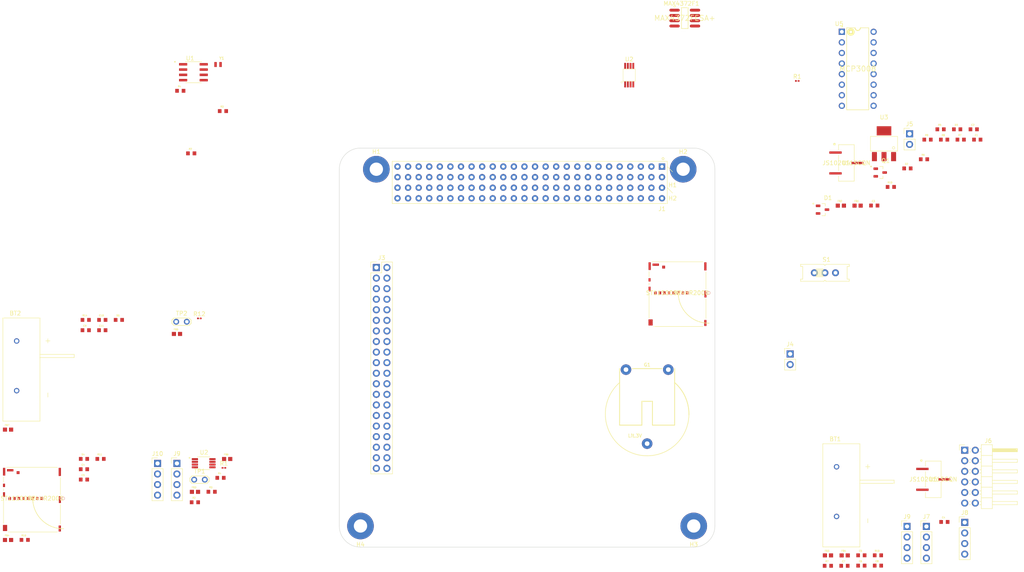
<source format=kicad_pcb>
(kicad_pcb (version 20211014) (generator pcbnew)
  (layers (0 "F.Cu" signal) (1 "In1.Cu" signal) (2 "In2.Cu" signal) (31 "B.Cu" signal) (34 "B.Paste" user) (35 "F.Paste" user) (36 "B.SilkS" user "B.Silkscreen") (37 "F.SilkS" user "F.Silkscreen") (38 "B.Mask" user) (39 "F.Mask" user) (44 "Edge.Cuts" user))
  (net 0 "")
  (net 5 "VCC_BAT")
  (net 6 "Net-(C4-Pad1)")
  (net 7 "XCO1")
  (net 8 "XCO2")
  (net 9 "Net-(C11-Pad2)")
  (net 10 "Net-(D4-Pad2)")
  (net 11 "Net-(D6-Pad2)")
  (net 12 "Net-(FB5-Pad1)")
  (net 36 "Net-(FB6-Pad2)")
  (net 45 "COMM_TXD")
  (net 47 "COMM_RXD")
  (net 61 "COMM_CTS")
  (net 65 "COMM_RTS")
  (net 67 "ADCS_INT")
  (net 81 "EPS_INT")
  (net 82 "BAT_INT")
  (net 93 "OBC_INT")
  (net 94 "5VUSB_CHG")
  (net 97 "I2C_SCK1")
  (net 101 "5V_Debug_Input")
  (net 109 "Net-(C1-Pad1)")
  (net 110 "Net-(C2-Pad1)")
  (net 113 "Net-(C3-Pad1)")
  (net 114 "GND")
  (net 117 "Net-(G1-Pad+)")
  (net 118 "+3.3V")
  (net 119 "Net-(R2-Pad2)")
  (net 120 "Net-(U3-Pad2)")
  (net 121 "Net-(D1-Pad2)")
  (net 122 "Net-(D2-Pad2)")
  (net 123 "/MicroSD Card/SPI1_CEO_N")
  (net 124 "Net-(D3-Pad2)")
  (net 125 "Net-(FB1-Pad1)")
  (net 127 "Net-(C7-Pad1)")
  (net 128 "/MicroSD Card/SPI1_MOSI")
  (net 129 "Net-(C4-Pad2)")
  (net 130 "5V_BInput")
  (net 131 "SPI1_CE0_N")
  (net 132 "SPI1_MOSI")
  (net 136 "SPI1_CLK")
  (net 137 "SPI1_MISO")
  (net 138 "5V_Rpi_Input")
  (net 139 "I2C_SDA1")
  (net 140 "I2C_SCL1")
  (net 141 "UART_TXD0")
  (net 142 "UART_RXD0")
  (net 143 "+3V3")
  (net 144 "Net-(J2-Pad4)")
  (net 145 "Net-(C5-Pad2)")
  (net 146 "Net-(FB3-Pad1)")
  (net 147 "SPI1_CE1_N")
  (net 148 "/MicroSD Card/SPI1_CLK")
  (net 149 "/MicroSD Card/SPI1_MISO")
  (net 150 "GPIO16")
  (net 151 "GPIO26")
  (net 152 "GPIO20")
  (net 154 "GPIO21")
  (net 158 "PM_Input")
  (net 159 "3V3_Output")
  (net 160 "5V_DInput")
  (net 161 "GND_CHG")
  (net 163 "3V3")
  (net 164 "3V3_Input")
  (net 165 "UART_CTS")
  (net 167 "Net-(MAX4372F1-Pad4)")
  (net 168 "Net-(MAX4372F1-Pad8)")
  (net 170 "5V_SInput")
  (net 173 "UART_RTS")
  (net 174 "GPIO_22?")
  (net 175 "GPIO5")
  (net 179 "GPIO6")
  (net 184 "GPIO_pin")
  (net 185 "GPIOEXIT1")
  (net 187 "GPIO12")
  (net 189 "GPIO13")
  (net 190 "GPIO19")
  (net 191 "BatVBUS")
  (net 192 "RTC_MFP")
  (net 193 "Analog_Voltage")
  (net 194 "Net-(MAX4372F2-Pad8)")
  (footprint "Daughterboard_footprints:RESC1608X55N" (layer "F.Cu") (at 51.895 121.679)
    (fp_text reference "R11" (at -0.21 -1.05) (layer "F.SilkS") (effects (font (size 0.393701 0.393701))))
    (fp_text value "33")
    (pad "1" smd rect (at -0.78 0) (size 0.87 0.93) (layers "F.Cu" "F.Paste" "F.Mask") (net 6 "Net-(C4-Pad1)"))
    (pad "2" smd rect (at 0.78 0) (size 0.87 0.93) (layers "F.Cu" "F.Paste" "F.Mask") (net 144 "Net-(J2-Pad4)"))
  )
  (footprint "Daughterboard_footprints:BEADC1608X75N" (layer "F.Cu") (at 29.685 114.639)
    (fp_text reference "FB7" (at -0.24 -1.07) (layer "F.SilkS") (effects (font (size 0.393701 0.393701))))
    (fp_text value "100R @ 100 MHz")
    (pad "1" smd rect (at -0.735 0) (size 1 0.97) (layers "F.Cu" "F.Paste" "F.Mask") (net 118 "+3.3V"))
    (pad "2" smd rect (at 0.735 0) (size 1 0.97) (layers "F.Cu" "F.Paste" "F.Mask") (net 9 "Net-(C11-Pad2)"))
  )
  (footprint "Daughterboard_footprints:RESC1608X55N" (layer "F.Cu") (at 33.685 141.139)
    (fp_text reference "R10" (at -0.21 -1.05) (layer "F.SilkS") (effects (font (size 0.393701 0.393701))))
    (fp_text value "2.2k")
    (pad "1" smd rect (at -0.78 0) (size 0.87 0.93) (layers "F.Cu" "F.Paste" "F.Mask") (net 10 "Net-(D4-Pad2)"))
    (pad "2" smd rect (at 0.78 0) (size 0.87 0.93) (layers "F.Cu" "F.Paste" "F.Mask") (net 114 "GND"))
  )
  (footprint "MountingHole:MountingHole_3.2mm_M3_Pad_TopBottom" (layer "F.Cu") (at 191.77 52.07)
    (fp_text reference "H2" (at 0 -4.2) (layer "F.SilkS"))
    (fp_text value "MountingHole_Pad")
    (pad "1" connect circle locked (at 0 0) (size 6.4 6.4) (layers "B.Cu" "B.Mask"))
    (pad "1" connect circle locked (at 0 0) (size 6.4 6.4) (layers "F.Cu" "F.Mask"))
    (pad "1" thru_hole circle locked (at 0 0) (size 3.6 3.6) (drill 3.2) (layers *.Cu *.Mask))
  )
  (footprint "Connector_PinHeader_2.54mm:PinHeader_1x02_P2.54mm_Vertical" (layer "F.Cu") (at 246.127 43.563)
    (fp_text reference "J5" (at 0 -2.33) (layer "F.SilkS"))
    (fp_text value "5V Input (Testing)")
    (pad "1" thru_hole rect (at 0 0) (size 1.7 1.7) (drill 1) (layers *.Cu *.Mask) (net 138 "5V_Rpi_Input"))
    (pad "2" thru_hole oval (at 0 2.54) (size 1.7 1.7) (drill 1) (layers *.Cu *.Mask) (net 114 "GND"))
  )
  (footprint "Daughterboard_footprints:CAPC1608X90N" (layer "F.Cu") (at 261.532 42.478)
    (fp_text reference "C2" (at -0.21 -1.05) (layer "F.SilkS") (effects (font (size 0.393701 0.393701))))
    (fp_text value "22uF")
    (pad "1" smd rect (at -0.78 0) (size 0.87 0.93) (layers "F.Cu" "F.Paste" "F.Mask") (net 110 "Net-(C2-Pad1)"))
    (pad "2" smd rect (at 0.78 0) (size 0.87 0.93) (layers "F.Cu" "F.Paste" "F.Mask") (net 114 "GND"))
  )
  (footprint "Daughterboard_footprints:CAPC1608X90N" (layer "F.Cu") (at 234.555 144.845)
    (fp_text reference "C5" (at -0.21 -1.05) (layer "F.SilkS") (effects (font (size 0.393701 0.393701))))
    (fp_text value "18pF")
    (pad "1" smd rect (at -0.78 0) (size 0.87 0.93) (layers "F.Cu" "F.Paste" "F.Mask") (net 114 "GND"))
    (pad "2" smd rect (at 0.78 0) (size 0.87 0.93) (layers "F.Cu" "F.Paste" "F.Mask") (net 145 "Net-(C5-Pad2)"))
  )
  (footprint "STM32_Breakout:ST11S008V4HR2000" (layer "F.Cu") (at 190.414001 82.083399)
    (fp_text reference "J2" (at 0 -0.295399) (layer "F.SilkS"))
    (fp_text value "ST11S008V4HR2000" (at 0 -0.295399) (layer "F.SilkS"))
    (fp_text user "*" (at 0 0) (layer "F.SilkS"))
    (pad "1" smd rect (at 2.37 -0.295399) (size 0.635 0.7112) (layers "F.Cu" "F.Paste" "F.Mask"))
    (pad "2" smd rect (at 1.27 -0.295399) (size 0.635 0.7112) (layers "F.Cu" "F.Paste" "F.Mask") (net 131 "SPI1_CE0_N"))
    (pad "3" smd rect (at 0.17 -0.295399) (size 0.635 0.7112) (layers "F.Cu" "F.Paste" "F.Mask") (net 132 "SPI1_MOSI"))
    (pad "4" smd rect (at -0.930001 -0.295399) (size 0.635 0.7112) (layers "F.Cu" "F.Paste" "F.Mask") (net 144 "Net-(J2-Pad4)"))
    (pad "5" smd rect (at -2.030001 -0.295399) (size 0.635 0.7112) (layers "F.Cu" "F.Paste" "F.Mask") (net 136 "SPI1_CLK"))
    (pad "6" smd rect (at -3.130001 -0.295399) (size 0.635 0.7112) (layers "F.Cu" "F.Paste" "F.Mask") (net 114 "GND"))
    (pad "7" smd rect (at -4.229999 -0.295399) (size 0.635 0.7112) (layers "F.Cu" "F.Paste" "F.Mask") (net 137 "SPI1_MISO"))
    (pad "8" smd rect (at -5.33 -0.295399) (size 0.635 0.7112) (layers "F.Cu" "F.Paste" "F.Mask"))
    (pad "9" smd rect (at -5.225001 -7.0704) (size 1.5494 0.5588) (layers "F.Cu" "F.Paste" "F.Mask"))
    (pad "10" smd rect (at -3.330001 -6.4954) (size 0.7112 0.7112) (layers "F.Cu" "F.Paste" "F.Mask"))
    (pad "11" smd rect (at 6.685026 6.9296) (size 0.5588 1.4478) (layers "F.Cu" "F.Paste" "F.Mask") (net 114 "GND"))
    (pad "12" smd rect (at 6.710026 -0.0204) (size 0.508 1.651) (layers "F.Cu" "F.Paste" "F.Mask") (net 114 "GND"))
    (pad "13" smd rect (at 6.685026 -6.6654) (size 0.5588 1.9558) (layers "F.Cu" "F.Paste" "F.Mask") (net 114 "GND"))
    (pad "14" smd rect (at -6.685001 -6.720399) (size 0.5588 1.8542) (layers "F.Cu" "F.Paste" "F.Mask") (net 114 "GND"))
    (pad "15" smd rect (at -6.710001 -3.435399) (size 0.508 0.8128) (layers "F.Cu" "F.Paste" "F.Mask") (net 114 "GND"))
    (pad "16" smd rect (at -6.710001 -1.220399) (size 0.508 1.143) (layers "F.Cu" "F.Paste" "F.Mask") (net 114 "GND"))
    (pad "17" smd rect (at -6.465001 6.804601) (size 1.016 1.4732) (layers "F.Cu" "F.Paste" "F.Mask") (net 114 "GND"))
  )
  (footprint "Daughterboard_footprints:RESC1608X55N" (layer "F.Cu") (at 241.632 56.328)
    (fp_text reference "R10" (at -0.21 -1.05) (layer "F.SilkS") (effects (font (size 0.393701 0.393701))))
    (fp_text value "33")
    (pad "1" smd rect (at -0.78 0) (size 0.87 0.93) (layers "F.Cu" "F.Paste" "F.Mask") (net 143 "+3V3"))
    (pad "2" smd rect (at 0.78 0) (size 0.87 0.93) (layers "F.Cu" "F.Paste" "F.Mask") (net 144 "Net-(J2-Pad4)"))
  )
  (footprint "Daughterboard_footprints:CAPC1608X90N" (layer "F.Cu") (at 52.315 88.279)
    (fp_text reference "C10" (at -0.21 -1.05) (layer "F.SilkS") (effects (font (size 0.393701 0.393701))))
    (fp_text value "18pF")
    (pad "1" smd rect (at -0.78 0) (size 0.87 0.93) (layers "F.Cu" "F.Paste" "F.Mask") (net 114 "GND"))
    (pad "2" smd rect (at 0.78 0) (size 0.87 0.93) (layers "F.Cu" "F.Paste" "F.Mask") (net 8 "XCO2"))
  )
  (footprint "Daughterboard_footprints:RESC1608X55N" (layer "F.Cu") (at 226.515 147.365)
    (fp_text reference "R7" (at -0.21 -1.05) (layer "F.SilkS") (effects (font (size 0.393701 0.393701))))
    (fp_text value "20k")
    (pad "1" smd rect (at -0.78 0) (size 0.87 0.93) (layers "F.Cu" "F.Paste" "F.Mask") (net 110 "Net-(C2-Pad1)"))
    (pad "2" smd rect (at 0.78 0) (size 0.87 0.93) (layers "F.Cu" "F.Paste" "F.Mask") (net 193 "Analog_Voltage"))
  )
  (footprint "Daughterboard_footprints:CAPC1608X90N" (layer "F.Cu") (at 262.382 44.958)
    (fp_text reference "C1" (at -0.21 -1.05) (layer "F.SilkS") (effects (font (size 0.393701 0.393701))))
    (fp_text value "10uF")
    (pad "1" smd rect (at -0.78 0) (size 0.87 0.93) (layers "F.Cu" "F.Paste" "F.Mask") (net 109 "Net-(C1-Pad1)"))
    (pad "2" smd rect (at 0.78 0) (size 0.87 0.93) (layers "F.Cu" "F.Paste" "F.Mask") (net 114 "GND"))
  )
  (footprint "Daughterboard_footprints:SOP65P490X110-8N" (layer "F.Cu") (at 76.655 122.714)
    (fp_text reference "U2" (at 0.075 -2.575) (layer "F.SilkS"))
    (fp_text value "MCP9808T-E/MC")
    (pad "1" smd roundrect (at -2.105 -0.975) (size 1.5 0.49) (layers "F.Cu" "F.Paste" "F.Mask") (roundrect_rratio 0.12) (net 139 "I2C_SDA1"))
    (pad "2" smd roundrect (at -2.105 -0.325) (size 1.5 0.49) (layers "F.Cu" "F.Paste" "F.Mask") (roundrect_rratio 0.12) (net 140 "I2C_SCL1"))
    (pad "3" smd roundrect (at -2.105 0.325) (size 1.5 0.49) (layers "F.Cu" "F.Paste" "F.Mask") (roundrect_rratio 0.12) (net 175 "GPIO5"))
    (pad "4" smd roundrect (at -2.105 0.975) (size 1.5 0.49) (layers "F.Cu" "F.Paste" "F.Mask") (roundrect_rratio 0.12) (net 114 "GND"))
    (pad "5" smd roundrect (at 2.105 0.975 180) (size 1.5 0.49) (layers "F.Cu" "F.Paste" "F.Mask") (roundrect_rratio 0.12) (net 114 "GND"))
    (pad "6" smd roundrect (at 2.105 0.325 180) (size 1.5 0.49) (layers "F.Cu" "F.Paste" "F.Mask") (roundrect_rratio 0.12) (net 114 "GND"))
    (pad "7" smd roundrect (at 2.105 -0.325 180) (size 1.5 0.49) (layers "F.Cu" "F.Paste" "F.Mask") (roundrect_rratio 0.12) (net 114 "GND"))
    (pad "8" smd roundrect (at 2.105 -0.975 180) (size 1.5 0.49) (layers "F.Cu" "F.Paste" "F.Mask") (roundrect_rratio 0.12) (net 113 "Net-(C3-Pad1)"))
  )
  (footprint "STM32_Breakout:SOT91P240X110-3N" (layer "F.Cu") (at 225.232 61.783)
    (fp_text reference "D1" (at 1.305 -2.82582) (layer "F.SilkS"))
    (fp_text value "D_Zener")
    (pad "1" smd roundrect locked (at -1.07 -0.915) (size 1.09 0.61) (layers "F.Cu" "F.Paste" "F.Mask") (roundrect_rratio 0.15) (net 109 "Net-(C1-Pad1)"))
    (pad "2" smd roundrect locked (at -1.07 0.915) (size 1.09 0.61) (layers "F.Cu" "F.Paste" "F.Mask") (roundrect_rratio 0.15) (net 121 "Net-(D1-Pad2)"))
    (pad "3" smd roundrect locked (at 1.07 0) (size 1.09 0.61) (layers "F.Cu" "F.Paste" "F.Mask") (roundrect_rratio 0.15))
  )
  (footprint "Daughterboard_footprints:BEADC1608X75N" (layer "F.Cu") (at 233.652 60.818)
    (fp_text reference "FB1" (at -0.24 -1.07) (layer "F.SilkS") (effects (font (size 0.393701 0.393701))))
    (fp_text value "100R @ 100 MHz")
    (pad "1" smd rect (at -0.735 0) (size 1 0.97) (layers "F.Cu" "F.Paste" "F.Mask") (net 125 "Net-(FB1-Pad1)"))
    (pad "2" smd rect (at 0.735 0) (size 1 0.97) (layers "F.Cu" "F.Paste" "F.Mask") (net 138 "5V_Rpi_Input"))
  )
  (footprint "Resistor_SMD:R_0201_0603Metric" (layer "F.Cu") (at 75.61 87.914)
    (fp_text reference "R12" (at 0 -1.05) (layer "F.SilkS"))
    (fp_text value "100m")
    (pad "1" smd roundrect (at -0.32 0) (size 0.46 0.4) (layers "F.Cu" "F.Mask") (net 194 "Net-(MAX4372F2-Pad8)"))
    (pad "2" smd roundrect (at 0.32 0) (size 0.46 0.4) (layers "F.Cu" "F.Mask") (net 143 "+3V3"))
  )
  (footprint "Daughterboard_footprints:RESC1608X55N" (layer "F.Cu") (at 254.422 44.958)
    (fp_text reference "R8" (at -0.21 -1.05) (layer "F.SilkS") (effects (font (size 0.393701 0.393701))))
    (fp_text value "10k")
    (pad "1" smd rect (at -0.78 0) (size 0.87 0.93) (layers "F.Cu" "F.Paste" "F.Mask") (net 114 "GND"))
    (pad "2" smd rect (at 0.78 0) (size 0.87 0.93) (layers "F.Cu" "F.Paste" "F.Mask") (net 193 "Analog_Voltage"))
  )
  (footprint "MountingHole:MountingHole_3.2mm_M3_Pad_TopBottom" (layer "F.Cu") (at 118.11 52.07)
    (fp_text reference "H1" (at 0 -4.2) (layer "F.SilkS"))
    (fp_text value "MountingHole_Pad")
    (pad "1" thru_hole circle locked (at 0 0) (size 3.6 3.6) (drill 3.2) (layers *.Cu *.Mask))
    (pad "1" connect circle locked (at 0 0) (size 6.4 6.4) (layers "F.Cu" "F.Mask"))
    (pad "1" connect circle locked (at 0 0) (size 6.4 6.4) (layers "B.Cu" "B.Mask"))
  )
  (footprint "Daughterboard_footprints:EG1218" (layer "F.Cu") (at 225.806 76.962)
    (fp_text reference "S1" (at 0.381 -3.175) (layer "F.SilkS"))
    (fp_text value "EG1218")
    (pad "O" thru_hole circle (at -2.54 0) (size 1.6764 1.6764) (drill 0.9) (layers *.Cu *.Mask))
    (pad "P" thru_hole circle (at 0 0) (size 1.6764 1.6764) (drill 0.9) (layers *.Cu *.Mask) (net 101 "5V_Debug_Input"))
    (pad "S" thru_hole circle (at 2.54 0) (size 1.6764 1.6764) (drill 0.9) (layers *.Cu *.Mask) (net 138 "5V_Rpi_Input"))
  )
  (footprint "Daughterboard_footprints:RESC1608X55N" (layer "F.Cu") (at 258.402 44.958)
    (fp_text reference "R7" (at -0.21 -1.05) (layer "F.SilkS") (effects (font (size 0.393701 0.393701))))
    (fp_text value "10k")
    (pad "1" smd rect (at -0.78 0) (size 0.87 0.93) (layers "F.Cu" "F.Paste" "F.Mask") (net 184 "GPIO_pin"))
    (pad "2" smd rect (at 0.78 0) (size 0.87 0.93) (layers "F.Cu" "F.Paste" "F.Mask") (net 120 "Net-(U3-Pad2)"))
  )
  (footprint "Daughterboard_footprints:CAPC1608X90N" (layer "F.Cu") (at 230.495 147.365)
    (fp_text reference "C7" (at -0.21 -1.05) (layer "F.SilkS") (effects (font (size 0.393701 0.393701))))
    (fp_text value "0.1uF")
    (pad "1" smd rect (at -0.78 0) (size 0.87 0.93) (layers "F.Cu" "F.Paste" "F.Mask") (net 127 "Net-(C7-Pad1)"))
    (pad "2" smd rect (at 0.78 0) (size 0.87 0.93) (layers "F.Cu" "F.Paste" "F.Mask") (net 114 "GND"))
  )
  (footprint "Daughterboard_footprints:BEADC1608X75N" (layer "F.Cu") (at 226.535 144.865)
    (fp_text reference "FB3" (at -0.24 -1.07) (layer "F.SilkS") (effects (font (size 0.393701 0.393701))))
    (fp_text value "100R @ 100 MHz")
    (pad "1" smd rect (at -0.735 0) (size 1 0.97) (layers "F.Cu" "F.Paste" "F.Mask") (net 146 "Net-(FB3-Pad1)"))
    (pad "2" smd rect (at 0.735 0) (size 1 0.97) (layers "F.Cu" "F.Paste" "F.Mask") (net 143 "+3V3"))
  )
  (footprint "Daughterboard_footprints:BAT_BVSD-2032-PC" (layer "F.Cu") (at 31.75 99.314)
    (fp_text reference "BT2" (at -0.325 -12.635) (layer "F.SilkS"))
    (fp_text value "BVSD-2032-PC")
    (pad "" np_thru_hole circle (at 3.56 7.74) (size 2.92 2.92) (drill 2.92) (layers *.Cu *.Mask))
    (pad "" np_thru_hole circle (at 3.56 -6.99) (size 1.91 1.91) (drill 1.91) (layers *.Cu *.Mask))
    (pad "+" thru_hole circle (at 0 -5.97) (size 1.298 1.298) (drill 0.79) (layers *.Cu *.Mask) (net 5 "VCC_BAT"))
    (pad "-" thru_hole circle (at 0 5.97) (size 1.298 1.298) (drill 0.79) (layers *.Cu *.Mask) (net 114 "GND"))
  )
  (footprint "Daughterboard_footprints:BEADC1608X75N" (layer "F.Cu") (at 29.685 141.159)
    (fp_text reference "FB4" (at -0.24 -1.07) (layer "F.SilkS") (effects (font (size 0.393701 0.393701))))
    (fp_text value "100R @ 100 MHz")
    (pad "1" smd rect (at -0.735 0) (size 1 0.97) (layers "F.Cu" "F.Paste" "F.Mask") (net 143 "+3V3"))
    (pad "2" smd rect (at 0.735 0) (size 1 0.97) (layers "F.Cu" "F.Paste" "F.Mask") (net 6 "Net-(C4-Pad1)"))
  )
  (footprint "Daughterboard_footprints:RESC1608X55N" (layer "F.Cu") (at 250.442 44.958)
    (fp_text reference "R9" (at -0.21 -1.05) (layer "F.SilkS") (effects (font (size 0.393701 0.393701))))
    (fp_text value "2.2k")
    (pad "1" smd rect (at -0.78 0) (size 0.87 0.93) (layers "F.Cu" "F.Paste" "F.Mask") (net 124 "Net-(D3-Pad2)"))
    (pad "2" smd rect (at 0.78 0) (size 0.87 0.93) (layers "F.Cu" "F.Paste" "F.Mask") (net 114 "GND"))
  )
  (footprint "Connector_PinHeader_2.54mm:PinHeader_1x04_P2.54mm_Vertical" (layer "F.Cu") (at 65.58 122.764)
    (fp_text reference "J10" (at 0 -2.33) (layer "F.SilkS"))
    (fp_text value "Conn_01x04")
    (pad "1" thru_hole rect (at 0 0) (size 1.7 1.7) (drill 1) (layers *.Cu *.Mask) (net 164 "3V3_Input"))
    (pad "2" thru_hole oval (at 0 2.54) (size 1.7 1.7) (drill 1) (layers *.Cu *.Mask) (net 114 "GND"))
    (pad "3" thru_hole oval (at 0 5.08) (size 1.7 1.7) (drill 1) (layers *.Cu *.Mask) (net 189 "GPIO13"))
    (pad "4" thru_hole oval (at 0 7.62) (size 1.7 1.7) (drill 1) (layers *.Cu *.Mask) (net 190 "GPIO19"))
  )
  (footprint "MountingHole:MountingHole_3.2mm_M3_Pad_TopBottom" (layer "F.Cu") (at 114.3 137.795)
    (fp_text reference "H4" (at 0 4.445) (layer "F.SilkS"))
    (fp_text value "MountingHole_Pad")
    (pad "1" connect circle locked (at 0 0) (size 6.4 6.4) (layers "F.Cu" "F.Mask"))
    (pad "1" connect circle locked (at 0 0) (size 6.4 6.4) (layers "B.Cu" "B.Mask"))
    (pad "1" thru_hole circle locked (at 0 0) (size 3.6 3.6) (drill 3.2) (layers *.Cu *.Mask))
  )
  (footprint "Connector_PinHeader_2.54mm:PinHeader_1x04_P2.54mm_Vertical" (layer "F.Cu") (at 250.17 137.91)
    (fp_text reference "J7" (at 0 -2.33) (layer "F.SilkS"))
    (fp_text value "Conn_01x04")
    (pad "1" thru_hole rect (at 0 0) (size 1.7 1.7) (drill 1) (layers *.Cu *.Mask) (net 164 "3V3_Input"))
    (pad "2" thru_hole oval (at 0 2.54) (size 1.7 1.7) (drill 1) (layers *.Cu *.Mask) (net 114 "GND"))
    (pad "3" thru_hole oval (at 0 5.08) (size 1.7 1.7) (drill 1) (layers *.Cu *.Mask) (net 140 "I2C_SCL1"))
    (pad "4" thru_hole oval (at 0 7.62) (size 1.7 1.7) (drill 1) (layers *.Cu *.Mask) (net 139 "I2C_SDA1"))
  )
  (footprint "Daughterboard_footprints:RESC1608X55N" (layer "F.Cu") (at 71.039988 33.225)
    (fp_text reference "R4" (at -0.21 -1.05) (layer "F.SilkS") (effects (font (size 0.393701 0.393701))))
    (fp_text value "10k")
    (pad "1" smd rect (at -0.78 0) (size 0.87 0.93) (layers "F.Cu" "F.Paste" "F.Mask") (net 118 "+3.3V"))
    (pad "2" smd rect (at 0.78 0) (size 0.87 0.93) (layers "F.Cu" "F.Paste" "F.Mask") (net 139 "I2C_SDA1"))
  )
  (footprint "STM32_Breakout:SOT91P240X110-3N" (layer "F.Cu") (at 239.082 52.863)
    (fp_text reference "Q1" (at 1.305 -2.82582) (layer "F.SilkS"))
    (fp_text value "Q_PMOS_DGS")
    (pad "1" smd roundrect locked (at -1.07 -0.915) (size 1.09 0.61) (layers "F.Cu" "F.Paste" "F.Mask") (roundrect_rratio 0.15) (net 125 "Net-(FB1-Pad1)"))
    (pad "2" smd roundrect locked (at -1.07 0.915) (size 1.09 0.61) (layers "F.Cu" "F.Paste" "F.Mask") (roundrect_rratio 0.15) (net 121 "Net-(D1-Pad2)"))
    (pad "3" smd roundrect locked (at 1.07 0) (size 1.09 0.61) (layers "F.Cu" "F.Paste" "F.Mask") (roundrect_rratio 0.15) (net 109 "Net-(C1-Pad1)"))
  )
  (footprint "Daughterboard_footprints:BAT_BVSD-2032-PC" (layer "F.Cu") (at 228.6 129.54)
    (fp_text reference "BT1" (at -0.325 -12.635) (layer "F.SilkS"))
    (fp_text value "BVSD-2032-PC")
    (pad "" np_thru_hole circle (at 3.56 7.74) (size 2.92 2.92) (drill 2.92) (layers *.Cu *.Mask))
    (pad "" np_thru_hole circle (at 3.56 -6.99) (size 1.91 1.91) (drill 1.91) (layers *.Cu *.Mask))
    (pad "+" thru_hole circle (at 0 -5.97) (size 1.298 1.298) (drill 0.79) (layers *.Cu *.Mask))
    (pad "-" thru_hole circle (at 0 5.97) (size 1.298 1.298) (drill 0.79) (layers *.Cu *.Mask))
  )
  (footprint "Connector_PinHeader_2.54mm:PinHeader_1x04_P2.54mm_Vertical" (layer "F.Cu") (at 259.37 136.94)
    (fp_text reference "J8" (at 0 -2.33) (layer "F.SilkS"))
    (fp_text value "Conn_01x04")
    (pad "1" thru_hole rect (at 0 0) (size 1.7 1.7) (drill 1) (layers *.Cu *.Mask) (net 164 "3V3_Input"))
    (pad "2" thru_hole oval (at 0 2.54) (size 1.7 1.7) (drill 1) (layers *.Cu *.Mask) (net 114 "GND"))
    (pad "3" thru_hole oval (at 0 5.08) (size 1.7 1.7) (drill 1) (layers *.Cu *.Mask) (net 140 "I2C_SCL1"))
    (pad "4" thru_hole oval (at 0 7.62) (size 1.7 1.7) (drill 1) (layers *.Cu *.Mask) (net 139 "I2C_SDA1"))
  )
  (footprint "CR2032H:CR2032H" (layer "F.Cu") (at 183.121255 111.023003)
    (fp_text reference "G1" (at 0 -11.95137) (layer "F.SilkS") (effects (font (size 0.800898 0.800898))))
    (fp_text value "CR2032H")
    (fp_text user "Lit.3V" (at -2.92351 5.08436) (layer "F.SilkS") (effects (font (size 0.800685 0.800685))))
    (pad "+" thru_hole circle locked (at 5.08 -10.795) (size 2.54 2.54) (drill 1.1176) (layers *.Cu *.Mask) (net 117 "Net-(G1-Pad+)"))
    (pad "+@1" thru_hole circle locked (at -5.08 -10.795) (size 2.54 2.54) (drill 1.1176) (layers *.Cu *.Mask))
    (pad "-" thru_hole circle locked (at 0 6.985) (size 2.54 2.54) (drill 1.1176) (layers *.Cu *.Mask) (net 114 "GND"))
  )
  (footprint "TestPoint:TestPoint_2Pads_Pitch2.54mm_Drill0.8mm" (layer "F.Cu") (at 70.06 88.714)
    (fp_text reference "TP2" (at 1.3 -2) (layer "F.SilkS"))
    (fp_text value "TestPoint")
    (pad "1" thru_hole circle (at 0 0) (size 1.4 1.4) (drill 0.8) (layers *.Cu *.Mask) (net 143 "+3V3"))
    (pad "2" thru_hole circle (at 2.54 0) (size 1.4 1.4) (drill 0.8) (layers *.Cu *.Mask))
  )
  (footprint "Daughterboard_footprints:JS102011SCQN" (layer "F.Cu") (at 230.9592 50.5637)
    (fp_text reference "U4" (at 0 0) (layer "F.SilkS"))
    (fp_text value "JS102011SCQN" (at 0 0) (layer "F.SilkS"))
    (fp_text user "*" (at -2.8702 -4.2018) (layer "F.SilkS"))
    (fp_text user "*" (at -2.8702 -4.2018) (layer "F.SilkS"))
    (pad "1" smd rect (at -2.6162 -2.5) (size 2.9718 0.5588) (layers "F.Cu" "F.Paste" "F.Mask"))
    (pad "2" smd rect (at 2.6162 0) (size 2.9718 0.5588) (layers "F.Cu" "F.Paste" "F.Mask") (net 138 "5V_Rpi_Input"))
    (pad "3" smd rect (at -2.6162 2.5) (size 2.9718 0.5588) (layers "F.Cu" "F.Paste" "F.Mask") (net 170 "5V_SInput"))
  )
  (footprint "Connector_PinHeader_2.54mm:PinHeader_1x04_P2.54mm_Vertical" (layer "F.Cu") (at 245.52 137.91)
    (fp_text reference "J9" (at 0 -2.33) (layer "F.SilkS"))
    (fp_text value "Conn_01x04")
    (pad "1" thru_hole rect (at 0 0) (size 1.7 1.7) (drill 1) (layers *.Cu *.Mask) (net 164 "3V3_Input"))
    (pad "2" thru_hole oval (at 0 2.54) (size 1.7 1.7) (drill 1) (layers *.Cu *.Mask) (net 114 "GND"))
    (pad "3" thru_hole oval (at 0 5.08) (size 1.7 1.7) (drill 1) (layers *.Cu *.Mask) (net 140 "I2C_SCL1"))
    (pad "4" thru_hole oval (at 0 7.62) (size 1.7 1.7) (drill 1) (layers *.Cu *.Mask) (net 139 "I2C_SDA1"))
  )
  (footprint "TestPoint:TestPoint_2Pads_Pitch2.54mm_Drill0.8mm" (layer "F.Cu") (at 74.38 126.664)
    (fp_text reference "TP1" (at 1.3 -2) (layer "F.SilkS"))
    (fp_text value "TestPoint")
    (pad "1" thru_hole circle (at 0 0) (size 1.4 1.4) (drill 0.8) (layers *.Cu *.Mask) (net 143 "+3V3"))
    (pad "2" thru_hole circle (at 2.54 0) (size 1.4 1.4) (drill 0.8) (layers *.Cu *.Mask))
  )
  (footprint "Daughterboard_footprints:CAPC1608X90N" (layer "F.Cu") (at 234.555 147.325)
    (fp_text reference "C6" (at -0.21 -1.05) (layer "F.SilkS") (effects (font (size 0.393701 0.393701))))
    (fp_text value "10uF")
    (pad "1" smd rect (at -0.78 0) (size 0.87 0.93) (layers "F.Cu" "F.Paste" "F.Mask") (net 114 "GND"))
    (pad "2" smd rect (at 0.78 0) (size 0.87 0.93) (layers "F.Cu" "F.Paste" "F.Mask") (net 118 "+3.3V"))
  )
  (footprint "Daughterboard_footprints:RESC1608X55N" (layer "F.Cu") (at 81.28 38.1)
    (fp_text reference "R3" (at -0.21 -1.05) (layer "F.SilkS") (effects (font (size 0.393701 0.393701))))
    (fp_text value "10k")
    (pad "1" smd rect (at -0.78 0) (size 0.87 0.93) (layers "F.Cu" "F.Paste" "F.Mask") (net 118 "+3.3V"))
    (pad "2" smd rect (at 0.78 0) (size 0.87 0.93) (layers "F.Cu" "F.Paste" "F.Mask") (net 140 "I2C_SCL1"))
  )
  (footprint "Daughterboard_footprints:CAPC1608X90N" (layer "F.Cu") (at 47.915 124.159)
    (fp_text reference "C4" (at -0.21 -1.05) (layer "F.SilkS") (effects (font (size 0.393701 0.393701))))
    (fp_text value "0.1uF")
    (pad "1" smd rect (at -0.78 0) (size 0.87 0.93) (layers "F.Cu" "F.Paste" "F.Mask") (net 6 "Net-(C4-Pad1)"))
    (pad "2" smd rect (at 0.78 0) (size 0.87 0.93) (layers "F.Cu" "F.Paste" "F.Mask") (net 114 "GND"))
  )
  (footprint "Daughterboard_footprints:CAPC1608X90N" (layer "F.Cu") (at 52.315 90.759)
    (fp_text reference "C11" (at -0.21 -1.05) (layer "F.SilkS") (effects (font (size 0.393701 0.393701))))
    (fp_text value "10uF")
    (pad "1" smd rect (at -0.78 0) (size 0.87 0.93) (layers "F.Cu" "F.Paste" "F.Mask") (net 114 "GND"))
    (pad "2" smd rect (at 0.78 0) (size 0.87 0.93) (layers "F.Cu" "F.Paste" "F.Mask") (net 9 "Net-(C11-Pad2)"))
  )
  (footprint "CM9V-T1A-32:XTAL_CM9V-T1A-32.768KHZ-9PF-20PPM-TA-QC" (layer "F.Cu") (at 80.104988 26.91)
    (fp_text reference "Y1" (at 0.882 -1.5064) (layer "F.SilkS") (effects (font (size 0.64 0.64))))
    (fp_text value "CM9V-T1A")
    (pad "1" smd rect locked (at -0.6 0) (size 0.6 1.2) (layers "F.Cu" "F.Paste" "F.Mask") (net 145 "Net-(C5-Pad2)"))
    (pad "2" smd rect locked (at 0.6 0) (size 0.6 1.2) (layers "F.Cu" "F.Paste" "F.Mask") (net 129 "Net-(C4-Pad2)"))
  )
  (footprint "Daughterboard_footprints:RESC1608X55N" (layer "F.Cu") (at 48.335 88.279)
    (fp_text reference "R14" (at -0.21 -1.05) (layer "F.SilkS") (effects (font (size 0.393701 0.393701))))
    (fp_text value "2.2k")
    (pad "1" smd rect (at -0.78 0) (size 0.87 0.93) (layers "F.Cu" "F.Paste" "F.Mask") (net 11 "Net-(D6-Pad2)"))
    (pad "2" smd rect (at 0.78 0) (size 0.87 0.93) (layers "F.Cu" "F.Paste" "F.Mask") (net 114 "GND"))
  )
  (footprint "Connector_PinHeader_2.54mm:PinHeader_1x04_P2.54mm_Vertical" (layer "F.Cu") (at 70.23 122.764)
    (fp_text reference "J9" (at 0 -2.33) (layer "F.SilkS"))
    (fp_text value "Conn_01x04")
    (pad "1" thru_hole rect (at 0 0) (size 1.7 1.7) (drill 1) (layers *.Cu *.Mask) (net 164 "3V3_Input"))
    (pad "2" thru_hole oval (at 0 2.54) (size 1.7 1.7) (drill 1) (layers *.Cu *.Mask) (net 114 "GND"))
    (pad "3" thru_hole oval (at 0 5.08) (size 1.7 1.7) (drill 1) (layers *.Cu *.Mask) (net 179 "GPIO6"))
    (pad "4" thru_hole oval (at 0 7.62) (size 1.7 1.7) (drill 1) (layers *.Cu *.Mask) (net 187 "GPIO12"))
  )
  (footprint "Daughterboard_footprints:CAPC1608X90N" (layer "F.Cu") (at 257.552 42.478)
    (fp_text reference "D3" (at -0.21 -1.05) (layer "F.SilkS") (effects (font (size 0.393701 0.393701))))
    (fp_text value "RED")
    (pad "1" smd rect (at -0.78 0) (size 0.87 0.93) (layers "F.Cu" "F.Paste" "F.Mask") (net 113 "Net-(C3-Pad1)"))
    (pad "2" smd rect (at 0.78 0) (size 0.87 0.93) (layers "F.Cu" "F.Paste" "F.Mask") (net 124 "Net-(D3-Pad2)"))
  )
  (footprint "STM32_Breakout:MCP7940NT-I-MS" (layer "F.Cu") (at 178.816 29.464)
    (fp_text reference "U2" (at 0 -3.81) (layer "F.SilkS"))
    (fp_text value "MCP7940NT-I_MS")
    (pad "1" smd rect locked (at -0.975 2.225) (size 0.45 1.45) (layers "F.Cu" "F.Paste" "F.Mask") (net 139 "I2C_SDA1"))
    (pad "2" smd rect locked (at -0.325 2.225) (size 0.45 1.45) (layers "F.Cu" "F.Paste" "F.Mask") (net 140 "I2C_SCL1"))
    (pad "3" smd rect locked (at 0.325 2.225) (size 0.45 1.45) (layers "F.Cu" "F.Paste" "F.Mask") (net 185 "GPIOEXIT1"))
    (pad "4" smd rect locked (at 0.975 2.225) (size 0.45 1.45) (layers "F.Cu" "F.Paste" "F.Mask") (net 114 "GND"))
    (pad "5" smd rect locked (at 0.975 -2.225) (size 0.45 1.45) (layers "F.Cu" "F.Paste" "F.Mask") (net 114 "GND"))
    (pad "6" smd rect locked (at 0.325 -2.225) (size 0.45 1.45) (layers "F.Cu" "F.Paste" "F.Mask") (net 114 "GND"))
    (pad "7" smd rect locked (at -0.325 -2.225) (size 0.45 1.45) (layers "F.Cu" "F.Paste" "F.Mask") (net 114 "GND"))
    (pad "8" smd rect locked (at -0.975 -2.225) (size 0.45 1.45) (layers "F.Cu" "F.Paste" "F.Mask") (net 113 "Net-(C3-Pad1)"))
  )
  (footprint "Daughterboard_footprints:BEADC1608X75N" (layer "F.Cu") (at 230.555 144.865)
    (fp_text reference "FB4" (at -0.24 -1.07) (layer "F.SilkS") (effects (font (size 0.393701 0.393701))))
    (fp_text value "100R @ 100 MHz")
    (pad "1" smd rect (at -0.735 0) (size 1 0.97) (layers "F.Cu" "F.Paste" "F.Mask") (net 143 "+3V3"))
    (pad "2" smd rect (at 0.735 0) (size 1 0.97) (layers "F.Cu" "F.Paste" "F.Mask") (net 127 "Net-(C7-Pad1)"))
  )
  (footprint "Daughterboard_footprints:RESC1608X55N" (layer "F.Cu") (at 253.572 42.478)
    (fp_text reference "R5" (at -0.21 -1.05) (layer "F.SilkS") (effects (font (size 0.393701 0.393701))))
    (fp_text value "10k")
    (pad "1" smd rect (at -0.78 0) (size 0.87 0.93) (layers "F.Cu" "F.Paste" "F.Mask") (net 121 "Net-(D1-Pad2)"))
    (pad "2" smd rect (at 0.78 0) (size 0.87 0.93) (layers "F.Cu" "F.Paste" "F.Mask") (net 114 "GND"))
  )
  (footprint "Daughterboard_footprints:CAPC1608X90N" (layer "F.Cu") (at 47.915 126.639)
    (fp_text reference "C5" (at -0.21 -1.05) (layer "F.SilkS") (effects (font (size 0.393701 0.393701))))
    (fp_text value "10uF")
    (pad "1" smd rect (at -0.78 0) (size 0.87 0.93) (layers "F.Cu" "F.Paste" "F.Mask") (net 6 "Net-(C4-Pad1)"))
    (pad "2" smd rect (at 0.78 0) (size 0.87 0.93) (layers "F.Cu" "F.Paste" "F.Mask") (net 114 "GND"))
  )
  (footprint "Max4372:Maxim-MAX4372FESA+-Level_A" (layer "F.Cu") (at 192.159999 15.755001)
    (fp_text reference "MAX4372F1" (at -5.199999 -3.499999) (layer "F.SilkS") (effects (justify left)))
    (fp_text value "MAX4372FESA+" (at 0 0) (layer "F.SilkS") (effects (font (size 1.27 1.27))))
    (pad "1" smd roundrect locked (at -2.45 -1.905 270) (size 0.700001 2.5) (layers "F.Cu" "F.Paste" "F.Mask") (roundrect_rratio 0.5) (net 146 "Net-(FB3-Pad1)"))
    (pad "2" smd roundrect locked (at -2.45 -0.635 270) (size 0.700001 2.5) (layers "F.Cu" "F.Paste" "F.Mask") (roundrect_rratio 0.5))
    (pad "3" smd roundrect locked (at -2.45 0.635 270) (size 0.700001 2.5) (layers "F.Cu" "F.Paste" "F.Mask") (roundrect_rratio 0.5) (net 114 "GND"))
    (pad "4" smd roundrect locked (at -2.45 1.905 270) (size 0.700001 2.5) (layers "F.Cu" "F.Paste" "F.Mask") (roundrect_rratio 0.5) (net 167 "Net-(MAX4372F1-Pad4)"))
    (pad "5" smd roundrect locked (at 2.45 1.905 270) (size 0.700001 2.5) (layers "F.Cu" "F.Paste" "F.Mask") (roundrect_rratio 0.5))
    (pad "6" smd roundrect locked (at 2.45 0.635 270) (size 0.700001 2.5) (layers "F.Cu" "F.Paste" "F.Mask") (roundrect_rratio 0.5) (net 143 "+3V3"))
    (pad "7" smd roundrect locked (at 2.45 -0.635 270) (size 0.700001 2.5) (layers "F.Cu" "F.Paste" "F.Mask") (roundrect_rratio 0.5))
    (pad "8" smd roundrect locked (at 2.45 -1.905 270) (size 0.700001 2.5) (layers "F.Cu" "F.Paste" "F.Mask") (roundrect_rratio 0.5) (net 168 "Net-(MAX4372F1-Pad8)"))
  )
  (footprint "Daughterboard_footprints:BEADC1608X75N" (layer "F.Cu") (at 70.245 91.649)
    (fp_text reference "FB5" (at -0.24 -1.07) (layer "F.SilkS") (effects (font (size 0.393701 0.393701))))
    (fp_text value "100R @ 100 MHz")
    (pad "1" smd rect (at -0.735 0) (size 1 0.97) (layers "F.Cu" "F.Paste" "F.Mask") (net 12 "Net-(FB5-Pad1)"))
    (pad "2" smd rect (at 0.735 0) (size 1 0.97) (layers "F.Cu" "F.Paste" "F.Mask") (net 143 "+3V3"))
  )
  (footprint "Daughterboard_footprints:RESC1608X55N" (layer "F.Cu") (at 73.66 48.26)
    (fp_text reference "R2" (at -0.21 -1.05) (layer "F.SilkS") (effects (font (size 0.393701 0.393701))))
    (fp_text value "10k")
    (pad "1" smd rect (at -0.78 0) (size 0.87 0.93) (layers "F.Cu" "F.Paste" "F.Mask") (net 118 "+3.3V"))
    (pad "2" smd rect (at 0.78 0) (size 0.87 0.93) (layers "F.Cu" "F.Paste" "F.Mask") (net 119 "Net-(R2-Pad2)"))
  )
  (footprint "MCP3008:Microchip-MCP3008-I_P-Manufacturer_Recommended" (layer "F.Cu") (at 233.68 27.94)
    (fp_text reference "U5" (at -5.56 -10.815001) (layer "F.SilkS") (effects (justify left)))
    (fp_text value "MCP3008" (at 0 0) (layer "F.SilkS") (effects (font (size 1.27 1.27))))
    (pad "1" thru_hole rect locked (at -3.81 -8.89) (size 1.5 1.5) (drill 0.900001) (layers *.Cu) (net 167 "Net-(MAX4372F1-Pad4)"))
    (pad "2" thru_hole circle locked (at -3.81 -6.35) (size 1.5 1.5) (drill 0.900001) (layers *.Cu))
    (pad "3" thru_hole circle locked (at -3.81 -3.81) (size 1.5 1.5) (drill 0.900001) (layers *.Cu))
    (pad "4" thru_hole circle locked (at -3.81 -1.27) (size 1.5 1.5) (drill 0.900001) (layers *.Cu))
    (pad "5" thru_hole circle locked (at -3.81 1.27) (size 1.5 1.5) (drill 0.900001) (layers *.Cu))
    (pad "6" thru_hole circle locked (at -3.81 3.81) (size 1.5 1.5) (drill 0.900001) (layers *.Cu))
    (pad "7" thru_hole circle locked (at -3.81 6.35) (size 1.5 1.5) (drill 0.900001) (layers *.Cu))
    (pad "8" thru_hole circle locked (at -3.81 8.89) (size 1.5 1.5) (drill 0.900001) (layers *.Cu))
    (pad "9" thru_hole circle locked (at 3.81 8.89) (size 1.5 1.5) (drill 0.900001) (layers *.Cu) (net 114 "GND"))
    (pad "10" thru_hole circle locked (at 3.81 6.35) (size 1.5 1.5) (drill 0.900001) (layers *.Cu) (net 174 "GPIO_22?"))
    (pad "11" thru_hole circle locked (at 3.81 3.81) (size 1.5 1.5) (drill 0.900001) (layers *.Cu) (net 132 "SPI1_MOSI"))
    (pad "12" thru_hole circle locked (at 3.81 1.27) (size 1.5 1.5) (drill 0.900001) (layers *.Cu) (net 137 "SPI1_MISO"))
    (pad "13" thru_hole circle locked (at 3.81 -1.27) (size 1.5 1.5) (drill 0.900001) (layers *.Cu) (net 136 "SPI1_CLK"))
    (pad "14" thru_hole circle locked (at 3.81 -3.81) (size 1.5 1.5) (drill 0.900001) (layers *.Cu) (net 114 "GND"))
    (pad "15" thru_hole circle locked (at 3.81 -6.35) (size 1.5 1.5) (drill 0.900001) (layers *.Cu) (net 143 "+3V3"))
    (pad "16" thru_hole circle locked (at 3.81 -8.89) (size 1.5 1.5) (drill 0.900001) (layers *.Cu) (net 143 "+3V3"))
  )
  (footprint "pc104-connector:pc104-connector" (layer "F.Cu") (at 156.21 53.975 -90)
    (fp_text reference "J1" (at 7.62 -30.48 unlocked) (layer "F.SilkS"))
    (fp_text value "PC104_Connector")
    (fp_text user "H2" (at 5.08 -33.02 unlocked) (layer "F.SilkS"))
    (fp_text user "H1" (at 1.905 -33.02 unlocked) (layer "F.SilkS"))
    (pad "1" thru_hole rect locked (at -2.54 -30.48 270) (size 1.524 1.524) (drill 0.762) (layers *.Cu *.Mask) (net 45 "COMM_TXD"))
    (pad "2" thru_hole circle locked (at 0 -30.48 270) (size 1.524 1.524) (drill 0.762) (layers *.Cu *.Mask) (net 47 "COMM_RXD"))
    (pad "3" thru_hole circle locked (at -2.54 -27.94 270) (size 1.524 1.524) (drill 0.762) (layers *.Cu *.Mask) (net 61 "COMM_CTS"))
    (pad "4" thru_hole circle locked (at 0 -27.94 270) (size 1.524 1.524) (drill 0.762) (layers *.Cu *.Mask) (net 65 "COMM_RTS"))
    (pad "5" thru_hole circle locked (at -2.54 -25.4 270) (size 1.524 1.524) (drill 0.762) (layers *.Cu *.Mask) (net 67 "ADCS_INT"))
    (pad "6" thru_hole circle locked (at 0 -25.4 270) (size 1.524 1.524) (drill 0.762) (layers *.Cu *.Mask) (net 81 "EPS_INT"))
    (pad "7" thru_hole circle locked (at -2.54 -22.86 270) (size 1.524 1.524) (drill 0.762) (layers *.Cu *.Mask) (net 82 "BAT_INT"))
    (pad "8" thru_hole circle locked (at 0 -22.86 270) (size 1.524 1.524) (drill 0.762) (layers *.Cu *.Mask) (net 93 "OBC_INT"))
    (pad "9" thru_hole circle locked (at -2.54 -20.32 270) (size 1.524 1.524) (drill 0.762) (layers *.Cu *.Mask))
    (pad "10" thru_hole circle locked (at 0 -20.32 270) (size 1.524 1.524) (drill 0.762) (layers *.Cu *.Mask))
    (pad "11" thru_hole circle locked (at -2.54 -17.78 270) (size 1.524 1.524) (drill 0.762) (layers *.Cu *.Mask))
    (pad "12" thru_hole circle locked (at 0 -17.78 270) (size 1.524 1.524) (drill 0.762) (layers *.Cu *.Mask))
    (pad "13" thru_hole circle locked (at -2.54 -15.24 270) (size 1.524 1.524) (drill 0.762) (layers *.Cu *.Mask))
    (pad "14" thru_hole circle locked (at 0 -15.24 270) (size 1.524 1.524) (drill 0.762) (layers *.Cu *.Mask))
    (pad "15" thru_hole circle locked (at -2.54 -12.7 270) (size 1.524 1.524) (drill 0.762) (layers *.Cu *.Mask))
    (pad "16" thru_hole circle locked (at 0 -12.7 270) (size 1.524 1.524) (drill 0.762) (layers *.Cu *.Mask))
    (pad "17" thru_hole circle locked (at -2.54 -10.16 270) (size 1.524 1.524) (drill 0.762) (layers *.Cu *.Mask))
    (pad "18" thru_hole circle locked (at 0 -10.16 270) (size 1.524 1.524) (drill 0.762) (layers *.Cu *.Mask))
    (pad "19" thru_hole circle locked (at -2.54 -7.62 270) (size 1.524 1.524) (drill 0.762) (layers *.Cu *.Mask))
    (pad "20" thru_hole circle locked (at 0 -7.62 270) (size 1.524 1.524) (drill 0.762) (layers *.Cu *.Mask))
    (pad "21" thru_hole circle locked (at -2.54 -5.08 270) (size 1.524 1.524) (drill 0.762) (layers *.Cu *.Mask))
    (pad "22" thru_hole circle locked (at 0 -5.08 270) (size 1.524 1.524) (drill 0.762) (layers *.Cu *.Mask))
    (pad "23" thru_hole circle locked (at -2.54 -2.54 270) (size 1.524 1.524) (drill 0.762) (layers *.Cu *.Mask))
    (pad "24" thru_hole circle locked (at 0 -2.54 270) (size 1.524 1.524) (drill 0.762) (layers *.Cu *.Mask))
    (pad "25" thru_hole circle locked (at -2.54 0 270) (size 1.524 1.524) (drill 0.762) (layers *.Cu *.Mask))
    (pad "26" thru_hole circle locked (at 0 0 270) (size 1.524 1.524) (drill 0.762) (layers *.Cu *.Mask))
    (pad "27" thru_hole circle locked (at -2.54 2.54 270) (size 1.524 1.524) (drill 0.762) (layers *.Cu *.Mask))
    (pad "28" thru_hole circle locked (at 0 2.54 270) (size 1.524 1.524) (drill 0.762) (layers *.Cu *.Mask))
    (pad "29" thru_hole circle locked (at -2.54 5.08 270) (size 1.524 1.524) (drill 0.762) (layers *.Cu *.Mask))
    (pad "30" thru_hole circle locked (at 0 5.08 270) (size 1.524 1.524) (drill 0.762) (layers *.Cu *.Mask))
    (pad "31" thru_hole circle locked (at -2.54 7.62 270) (size 1.524 1.524) (drill 0.762) (layers *.Cu *.Mask))
    (pad "32" thru_hole circle locked (at 0 7.62 270) (size 1.524 1.524) (drill 0.762) (layers *.Cu *.Mask) (net 94 "5VUSB_CHG"))
    (pad "33" thru_hole circle locked (at -2.54 10.16 270) (size 1.524 1.524) (drill 0.762) (layers *.Cu *.Mask))
    (pad "34" thru_hole circle locked (at 0 10.16 270) (size 1.524 1.524) (drill 0.762) (layers *.Cu *.Mask))
    (pad "35" thru_hole circle locked (at -2.54 12.7 270) (size 1.524 1.524) (drill 0.762) (layers *.Cu *.Mask))
    (pad "36" thru_hole circle locked (at 0 12.7 270) (size 1.524 1.524) (drill 0.762) (layers *.Cu *.Mask))
    (pad "37" thru_hole circle locked (at -2.54 15.24 270) (size 1.524 1.524) (drill 0.762) (layers *.Cu *.Mask))
    (pad "38" thru_hole circle locked (at 0 15.24 270) (size 1.524 1.524) (drill 0.762) (layers *.Cu *.Mask))
    (pad "39" thru_hole circle locked (at -2.54 17.78 270) (size 1.524 1.524) (drill 0.762) (layers *.Cu *.Mask))
    (pad "40" thru_hole circle locked (at 0 17.78 270) (size 1.524 1.524) (drill 0.762) (layers *.Cu *.Mask))
    (pad "41" thru_hole circle locked (at -2.54 20.32 270) (size 1.524 1.524) (drill 0.762) (layers *.Cu *.Mask) (net 139 "I2C_SDA1"))
    (pad "42" thru_hole circle locked (at 0 20.32 270) (size 1.524 1.524) (drill 0.762) (layers *.Cu *.Mask))
    (pad "43" thru_hole circle locked (at -2.54 22.86 270) (size 1.524 1.524) (drill 0.762) (layers *.Cu *.Mask) (net 97 "I2C_SCK1"))
    (pad "44" thru_hole circle locked (at 0 22.86 270) (size 1.524 1.524) (drill 0.762) (layers *.Cu *.Mask))
    (pad "45" thru_hole circle locked (at -2.54 25.4 270) (size 1.524 1.524) (drill 0.762) (layers *.Cu *.Mask))
    (pad "46" thru_hole circle locked (at 0 25.4 270) (size 1.524 1.524) (drill 0.762) (layers *.Cu *.Mask))
    (pad "47" thru_hole circle locked (at -2.54 27.94 270) (size 1.524 1.524) (drill 0.762) (layers *.Cu *.Mask))
    (pad "48" thru_hole circle locked (at 0 27.94 270) (size 1.524 1.524) (drill 0.762) (layers *.Cu *.Mask))
    (pad "49" thru_hole circle locked (at -2.54 30.48 270) (size 1.524 1.524) (drill 0.762) (layers *.Cu *.Mask))
    (pad "50" thru_hole circle locked (at 0 30.48 270) (size 1.524 1.524) (drill 0.762) (layers *.Cu *.Mask))
    (pad "51" thru_hole circle locked (at -2.54 33.02 270) (size 1.524 1.524) (drill 0.762) (layers *.Cu *.Mask))
    (pad "52" thru_hole circle locked (at 0 33.02 270) (size 1.524 1.524) (drill 0.762) (layers *.Cu *.Mask))
    (pad "53" thru_hole circle locked (at 2.54 -30.48 270) (size 1.524 1.524) (drill 0.762) (layers *.Cu *.Mask))
    (pad "54" thru_hole circle locked (at 5.08 -30.48 270) (size 1.524 1.524) (drill 0.762) (layers *.Cu *.Mask))
    (pad "55" thru_hole circle locked (at 2.54 -27.94 270) (size 1.524 1.524) (drill 0.762) (layers *.Cu *.Mask))
    (pad "56" thru_hole circle locked (at 5.08 -27.94 270) (size 1.524 1.524) (drill 0.762) (layers *.Cu *.Mask))
    (pad "57" thru_hole circle locked (at 2.54 -25.4 270) (size 1.524 1.524) (drill 0.762) (layers *.Cu *.Mask))
    (pad "58" thru_hole circle locked (at 5.08 -25.4 270) (size 1.524 1.524) (drill 0.762) (layers *.Cu *.Mask))
    (pad "59" thru_hole circle locked (at 2.54 -22.86 270) (size 1.524 1.524) (drill 0.762) (layers *.Cu *.Mask))
    (pad "60" thru_hole circle locked (at 5.08 -22.86 270) (size 1.524 1.524) (drill 0.762) (layers *.Cu *.Mask))
    (pad "61" thru_hole circle locked (at 2.54 -20.32 270) (size 1.524 1.524) (drill 0.762) (layers *.Cu *.Mask) (net 114 "GND"))
    (pad "62" thru_hole circle locked (at 5.08 -20.32 270) (size 1.524 1.524) (drill 0.762) (layers *.Cu *.Mask))
    (pad "63" thru_hole circle locked (at 2.54 -17.78 270) (size 1.524 1.524) (drill 0.762) (layers *.Cu *.Mask))
    (pad "64" thru_hole circle locked (at 5.08 -17.78 270) (size 1.524 1.524) (drill 0.762) (layers *.Cu *.Mask))
    (pad "65" thru_hole circle locked (at 2.54 -15.24 270) (size 1.524 1.524) (drill 0.762) (layers *.Cu *.Mask))
    (pad "66" thru_hole circle locked (at 5.08 -15.24 270) (size 1.524 1.524) (drill 0.762) (layers *.Cu *.Mask) (net 114 "GND"))
    (pad "67" thru_hole circle locked (at 2.54 -12.7 270) (size 1.524 1.524) (drill 0.762) (layers *.Cu *.Mask))
    (pad "68" thru_hole circle locked (at 5.08 -12.7 270) (size 1.524 1.524) (drill 0.762) (layers *.Cu *.Mask) (net 101 "5V_Debug_Input"))
    (pad "69" thru_hole circle locked (at 2.54 -10.16 270) (size 1.524 1.524) (drill 0.762) (layers *.Cu *.Mask) (net 114 "GND"))
    (pad "70" thru_hole circle locked (at 5.08 -10.16 270) (size 1.524 1.524) (drill 0.762) (layers *.Cu *.Mask))
    (pad "71" thru_hole circle locked (at 2.54 -7.62 270) (size 1.524 1.524) (drill 0.762) (layers *.Cu *.Mask))
    (pad "72" thru_hole circle locked (at 5.08 -7.62 270) (size 1.524 1.524) (drill 0.762) (layers *.Cu *.Mask))
    (pad "73" thru_hole circle locked (at 2.54 -5.08 270) (size 1.524 1.524) (drill 0.762) (layers *.Cu *.Mask) (net 114 "GND"))
    (pad "74" thru_hole circle locked (at 5.08 -5.08 270) (size 1.524 1.524) (drill 0.762) (layers *.Cu *.Mask) (net 114 "GND"))
    (pad "75" thru_hole circle locked (at 2.54 -2.54 270) (size 1.524 1.524) (drill 0.762) (layers *.Cu *.Mask))
    (pad "76" thru_hole circle locked (at 5.08 -2.54 270) (size 1.524 1.524) (drill 0.762) (layers *.Cu *.Mask))
    (pad "77" thru_hole circle locked (at 2.54 0 270) (size 1.524 1.524) (drill 0.762) (layers *.Cu *.Mask))
    (pad "78" thru_hole circle locked (at 5.08 0 270) (size 1.524 1.524) (drill 0.762) (layers *.Cu *.Mask))
    (pad "79" thru_hole circle locked (at 2.54 2.54 270) (size 1.524 1.524) (drill 0.762) (layers *.Cu *.Mask))
    (pad "80" thru_hole circle locked (at 5.08 2.54 270) (size 1.524 1.524) (drill 0.762) (layers *.Cu *.Mask))
    (pad "81" thru_hole circle locked (at 2.54 5.08 270) (size 1.524 1.524) (drill 0.762) (layers *.Cu *.Mask) (net 114 "GND"))
    (pad "82" thru_hole circle locked (at 5.08 5.08 270) (size 1.524 1.524) (drill 0.762) (layers *.Cu *.Mask) (net 114 "GND"))
    (pad "83" thru_hole circle locked (at 2.54 7.62 270) (size 1.524 1.524) (drill 0.762) (layers *.Cu *.Mask))
    (pad "84" thru_hole circle locked (at 5.08 7.62 270) (size 1.524 1.524) (drill 0.762) (layers *.Cu *.Mask) (net 114 "GND"))
    (pad "85" thru_hole circle locked (at 2.54 10.16 270) (size 1.524 1.524) (drill 0.762) (layers *.Cu *.Mask))
    (pad "86" thru_hole circle locked (at 5.08 10.16 270) (size 1.524 1.524) (drill 0.762) (layers *.Cu *.Mask))
    (pad "87" thru_hole circle locked (at 2.54 12.7 270) (size 1.524 1.524) (drill 0.762) (layers *.Cu *.Mask))
    (pad "88" thru_hole circle locked (at 5.08 12.7 270) (size 1.524 1.524) (drill 0.762) (layers *.Cu *.Mask))
    (pad "89" thru_hole circle locked (at 2.54 15.24 270) (size 1.524 1.524) (drill 0.762) (layers *.Cu *.Mask))
    (pad "90" thru_hole circle locked (at 5.08 15.24 270) (size 1.524 1.524) (drill 0.762) (layers *.Cu *.Mask))
    (pad "91" thru_hole circle locked (at 2.54 17.78 270) (size 1.524 1.524) (drill 0.762) (layers *.Cu *.Mask))
    (pad "92" thru_hole circle locked (at 5.08 17.78 270) (size 1.524 1.524) (drill 0.762) (layers *.Cu *.Mask))
    (pad "93" thru_hole circle locked (at 2.54 20.32 270) (size 1.524 1.524) (drill 0.762) (layers *.Cu *.Mask))
    (pad "94" thru_hole circle locked (at 5.08 20.32 270) (size 1.524 1.524) (drill 0.762) (layers *.Cu *.Mask))
    (pad "95" thru_hole circle locked (at 2.54 22.86 270) (size 1.524 1.524) (drill 0.762) (layers *.Cu *.Mask))
    (pad "96" thru_hole circle locked (at 5.08 22.86 270) (size 1.524 1.524) (drill 0.762) (layers *.Cu *.Mask))
    (pad "97" thru_hole circle locked (at 2.54 25.4 270) (size 1.524 1.524) (drill 0.762) (layers *.Cu *.Mask))
    (pad "98" thru_hole circle locked (at 5.08 25.4 270) (size 1.524 1.524) (drill 0.762) (layers *.Cu *.Mask))
    (pad "99" thru_hole circle locked (at 2.54 27.94 270) (size 1.524 1.524) (drill 0.762) (layers *.Cu *.Mask) (net 114 "GND"))
    (pad "100" thru_hole circle locked (at 5.08 27.94 270) (size 1.524 1.524) (drill 0.762) (layers *.Cu *.Mask) (net 114 "GND"))
    (pad "101" thru_hole circle locked (at 2.54 30.48 270) (size 1.524 1.524) (drill 0.762) (layers *.Cu *.Mask))
    (pad "102" thru_hole circle locked (at 5.08 30.48 270) (size 1.524 1.524) (drill 0.762) (layers *.Cu *.Mask))
    (pad "103" thru_hole circle locked (at 2.54 33.02 270) (size 1.524 1.524) (drill 0.762) (layers *.Cu *.Mask))
    (pad "104" thru_hole circle locked (at 5.08 33.02 270) (size 1.524 1.524) (drill 0.762) (layers *.Cu *.Mask))
  )
  (footprint "Daughterboard_footprints:RESC1608X55N" (layer "F.Cu") (at 74.545 132.099)
    (fp_text reference "R2" (at -0.21 -1.05) (layer "F.SilkS") (effects (font (size 0.393701 0.393701))))
    (fp_text value "10k")
    (pad "1" smd rect (at -0.78 0) (size 0.87 0.93) (layers "F.Cu" "F.Paste" "F.Mask") (net 118 "+3.3V"))
    (pad "2" smd rect (at 0.78 0) (size 0.87 0.93) (layers "F.Cu" "F.Paste" "F.Mask") (net 192 "RTC_MFP"))
  )
  (footprint "Daughterboard_footprints:CAPC1608X90N" (layer "F.Cu") (at 48.335 90.759)
    (fp_text reference "C9" (at -0.21 -1.05) (layer "F.SilkS") (effects (font (size 0.393701 0.393701))))
    (fp_text value "18pF")
    (pad "1" smd rect (at -0.78 0) (size 0.87 0.93) (layers "F.Cu" "F.Paste" "F.Mask") (net 114 "GND"))
    (pad "2" smd rect (at 0.78 0) (size 0.87 0.93) (layers "F.Cu" "F.Paste" "F.Mask") (net 7 "XCO1"))
  )
  (footprint "Daughterboard_footprints:CAPC1608X90N" (layer "F.Cu") (at 245.612 51.878)
    (fp_text reference "D2" (at -0.21 -1.05) (layer "F.SilkS") (effects (font (size 0.393701 0.393701))))
    (fp_text value "RED")
    (pad "1" smd rect (at -0.78 0) (size 0.87 0.93) (layers "F.Cu" "F.Paste" "F.Mask") (net 109 "Net-(C1-Pad1)"))
    (pad "2" smd rect (at 0.78 0) (size 0.87 0.93) (layers "F.Cu" "F.Paste" "F.Mask") (net 122 "Net-(D2-Pad2)"))
  )
  (footprint "RTC Footprint:SOIC127P600X175-8N" (layer "F.Cu") (at 74.194988 28.76)
    (fp_text reference "U1" (at -0.795 -3.337) (layer "F.SilkS"))
    (fp_text value "MCP79400T-I/SN")
    (pad "1" smd roundrect locked (at -2.475 -1.905) (size 1.97 0.6) (layers "F.Cu" "F.Paste" "F.Mask") (roundrect_rratio 0.07) (net 145 "Net-(C5-Pad2)"))
    (pad "2" smd roundrect locked (at -2.475 -0.635) (size 1.97 0.6) (layers "F.Cu" "F.Paste" "F.Mask") (roundrect_rratio 0.07) (net 129 "Net-(C4-Pad2)"))
    (pad "3" smd roundrect locked (at -2.475 0.635) (size 1.97 0.6) (layers "F.Cu" "F.Paste" "F.Mask") (roundrect_rratio 0.07))
    (pad "4" smd roundrect locked (at -2.475 1.905) (size 1.97 0.6) (layers "F.Cu" "F.Paste" "F.Mask") (roundrect_rratio 0.07) (net 114 "GND"))
    (pad "5" smd roundrect locked (at 2.475 1.905) (size 1.97 0.6) (layers "F.Cu" "F.Paste" "F.Mask") (roundrect_rratio 0.07) (net 139 "I2C_SDA1"))
    (pad "6" smd roundrect locked (at 2.475 0.635) (size 1.97 0.6) (layers "F.Cu" "F.Paste" "F.Mask") (roundrect_rratio 0.07) (net 140 "I2C_SCL1"))
    (pad "7" smd roundrect locked (at 2.475 -0.635) (size 1.97 0.6) (layers "F.Cu" "F.Paste" "F.Mask") (roundrect_rratio 0.07) (net 119 "Net-(R2-Pad2)"))
    (pad "8" smd roundrect locked (at 2.475 -1.905) (size 1.97 0.6) (layers "F.Cu" "F.Paste" "F.Mask") (roundrect_rratio 0.07) (net 118 "+3.3V"))
  )
  (footprint "Connector_PinHeader_2.54mm:PinHeader_2x20_P2.54mm_Vertical" (layer "F.Cu") (at 118.11 75.692)
    (fp_text reference "J3" (at 1.27 -2.33) (layer "F.SilkS"))
    (fp_text value "Conn_02x20_Odd_Even")
    (pad "1" thru_hole rect (at 0 0) (size 1.7 1.7) (drill 1) (layers *.Cu *.Mask) (net 163 "3V3"))
    (pad "2" thru_hole oval (at 2.54 0) (size 1.7 1.7) (drill 1) (layers *.Cu *.Mask) (net 138 "5V_Rpi_Input"))
    (pad "3" thru_hole oval (at 0 2.54) (size 1.7 1.7) (drill 1) (layers *.Cu *.Mask) (net 139 "I2C_SDA1"))
    (pad "4" thru_hole oval (at 2.54 2.54) (size 1.7 1.7) (drill 1) (layers *.Cu *.Mask) (net 138 "5V_Rpi_Input"))
    (pad "5" thru_hole oval (at 0 5.08) (size 1.7 1.7) (drill 1) (layers *.Cu *.Mask) (net 140 "I2C_SCL1"))
    (pad "6" thru_hole oval (at 2.54 5.08) (size 1.7 1.7) (drill 1) (layers *.Cu *.Mask) (net 114 "GND"))
    (pad "7" thru_hole oval (at 0 7.62) (size 1.7 1.7) (drill 1) (layers *.Cu *.Mask) (net 114 "GND"))
    (pad "8" thru_hole oval (at 2.54 7.62) (size 1.7 1.7) (drill 1) (layers *.Cu *.Mask) (net 141 "UART_TXD0"))
    (pad "9" thru_hole oval (at 0 10.16) (size 1.7 1.7) (drill 1) (layers *.Cu *.Mask))
    (pad "10" thru_hole oval (at 2.54 10.16) (size 1.7 1.7) (drill 1) (layers *.Cu *.Mask) (net 142 "UART_RXD0"))
    (pad "11" thru_hole oval (at 0 12.7) (size 1.7 1.7) (drill 1) (layers *.Cu *.Mask))
    (pad "12" thru_hole oval (at 2.54 12.7) (size 1.7 1.7) (drill 1) (layers *.Cu *.Mask))
    (pad "13" thru_hole oval (at 0 15.24) (size 1.7 1.7) (drill 1) (layers *.Cu *.Mask))
    (pad "14" thru_hole oval (at 2.54 15.24) (size 1.7 1.7) (drill 1) (layers *.Cu *.Mask) (net 114 "GND"))
    (pad "15" thru_hole oval (at 0 17.78) (size 1.7 1.7) (drill 1) (layers *.Cu *.Mask) (net 165 "UART_CTS"))
    (pad "16" thru_hole oval (at 2.54 17.78) (size 1.7 1.7) (drill 1) (layers *.Cu *.Mask) (net 173 "UART_RTS"))
    (pad "17" thru_hole oval (at 0 20.32) (size 1.7 1.7) (drill 1) (layers *.Cu *.Mask) (net 143 "+3V3"))
    (pad "18" thru_hole oval (at 2.54 20.32) (size 1.7 1.7) (drill 1) (layers *.Cu *.Mask))
    (pad "19" thru_hole oval (at 0 22.86) (size 1.7 1.7) (drill 1) (layers *.Cu *.Mask) (net 132 "SPI1_MOSI"))
    (pad "20" thru_hole oval (at 2.54 22.86) (size 1.7 1.7) (drill 1) (layers *.Cu *.Mask) (net 114 "GND"))
    (pad "21" thru_hole oval (at 0 25.4) (size 1.7 1.7) (drill 1) (layers *.Cu *.Mask) (net 137 "SPI1_MISO"))
    (pad "22" thru_hole oval (at 2.54 25.4) (size 1.7 1.7) (drill 1) (layers *.Cu *.Mask))
    (pad "23" thru_hole oval (at 0 27.94) (size 1.7 1.7) (drill 1) (layers *.Cu *.Mask) (net 136 "SPI1_CLK"))
    (pad "24" thru_hole oval (at 2.54 27.94) (size 1.7 1.7) (drill 1) (layers *.Cu *.Mask) (net 131 "SPI1_CE0_N"))
    (pad "25" thru_hole oval (at 0 30.48) (size 1.7 1.7) (drill 1) (layers *.Cu *.Mask) (net 114 "GND"))
    (pad "26" thru_hole oval (at 2.54 30.48) (size 1.7 1.7) (drill 1) (layers *.Cu *.Mask) (net 147 "SPI1_CE1_N"))
    (pad "27" thru_hole oval (at 0 33.02) (size 1.7 1.7) (drill 1) (layers *.Cu *.Mask))
    (pad "28" thru_hole oval (at 2.54 33.02) (size 1.7 1.7) (drill 1) (layers *.Cu *.Mask))
    (pad "29" thru_hole oval (at 0 35.56) (size 1.7 1.7) (drill 1) (layers *.Cu *.Mask) (net 175 "GPIO5"))
    (pad "30" thru_hole oval (at 2.54 35.56) (size 1.7 1.7) (drill 1) (layers *.Cu *.Mask) (net 114 "GND"))
    (pad "31" thru_hole oval (at 0 38.1) (size 1.7 1.7) (drill 1) (layers *.Cu *.Mask) (net 179 "GPIO6"))
    (pad "32" thru_hole oval (at 2.54 38.1) (size 1.7 1.7) (drill 1) (layers *.Cu *.Mask) (net 187 "GPIO12"))
    (pad "33" thru_hole oval (at 0 40.64) (size 1.7 1.7) (drill 1) (layers *.Cu *.Mask) (net 189 "GPIO13"))
    (pad "34" thru_hole oval (at 2.54 40.64) (size 1.7 1.7) (drill 1) (layers *.Cu *.Mask) (net 114 "GND"))
    (pad "35" thru_hole oval (at 0 43.18) (size 1.7 1.7) (drill 1) (layers *.Cu *.Mask) (net 190 "GPIO19"))
    (pad "36" thru_hole oval (at 2.54 43.18) (size 1.7 1.7) (drill 1) (layers *.Cu *.Mask) (net 150 "GPIO16"))
    (pad "37" thru_hole oval (at 0 45.72) (size 1.7 1.7) (drill 1) (layers *.Cu *.Mask) (net 151 "GPIO26"))
    (pad "38" thru_hole oval (at 2.54 45.72) (size 1.7 1.7) (drill 1) (layers *.Cu *.Mask) (net 152 "GPIO20"))
    (pad "39" thru_hole oval (at 0 48.26) (size 1.7 1.7) (drill 1) (layers *.Cu *.Mask) (net 114 "GND"))
    (pad "40" thru_hole oval (at 2.54 48.26) (size 1.7 1.7) (drill 1) (layers *.Cu *.Mask) (net 154 "GPIO21"))
  )
  (footprint "Daughterboard_footprints:RESC1608X55N" (layer "F.Cu") (at 78.565 129.579)
    (fp_text reference "R3" (at -0.21 -1.05) (layer "F.SilkS") (effects (font (size 0.393701 0.393701))))
    (fp_text value "10k")
    (pad "1" smd rect (at -0.78 0) (size 0.87 0.93) (layers "F.Cu" "F.Paste" "F.Mask") (net 118 "+3.3V"))
    (pad "2" smd rect (at 0.78 0) (size 0.87 0.93) (layers "F.Cu" "F.Paste" "F.Mask") (net 97 "I2C_SCK1"))
  )
  (footprint "Daughterboard_footprints:CAPC1608X90N" (layer "F.Cu") (at 254.485 136.825)
    (fp_text reference "C4" (at -0.21 -1.05) (layer "F.SilkS") (effects (font (size 0.393701 0.393701))))
    (fp_text value "18pF")
    (pad "1" smd rect (at -0.78 0) (size 0.87 0.93) (layers "F.Cu" "F.Paste" "F.Mask") (net 114 "GND"))
    (pad "2" smd rect (at 0.78 0) (size 0.87 0.93) (layers "F.Cu" "F.Paste" "F.Mask") (net 129 "Net-(C4-Pad2)"))
  )
  (footprint "Daughterboard_footprints:CAPC1608X90N" (layer "F.Cu") (at 47.915 121.679)
    (fp_text reference "D4" (at -0.21 -1.05) (layer "F.SilkS") (effects (font (size 0.393701 0.393701))))
    (fp_text value "RED")
    (pad "1" smd rect (at -0.78 0) (size 0.87 0.93) (layers "F.Cu" "F.Paste" "F.Mask") (net 143 "+3V3"))
    (pad "2" smd rect (at 0.78 0) (size 0.87 0.93) (layers "F.Cu" "F.Paste" "F.Mask") (net 10 "Net-(D4-Pad2)"))
  )
  (footprint "Connector_PinHeader_2.54mm:PinHeader_2x06_P2.54mm_Horizontal" (layer "F.Cu") (at 259.37 119.59)
    (fp_text reference "J6" (at 5.655 -2.27) (layer "F.SilkS"))
    (fp_text value "Conn_02x06_Odd_Even")
    (pad "1" thru_hole rect (at 0 0) (size 1.7 1.7) (drill 1) (layers *.Cu *.Mask) (net 159 "3V3_Output"))
    (pad "2" thru_hole oval (at 2.54 0) (size 1.7 1.7) (drill 1) (layers *.Cu *.Mask) (net 101 "5V_Debug_Input"))
    (pad "3" thru_hole oval (at 0 2.54) (size 1.7 1.7) (drill 1) (layers *.Cu *.Mask) (net 114 "GND"))
    (pad "4" thru_hole oval (at 2.54 2.54) (size 1.7 1.7) (drill 1) (layers *.Cu *.Mask) (net 114 "GND"))
    (pad "5" thru_hole oval (at 0 5.08) (size 1.7 1.7) (drill 1) (layers *.Cu *.Mask) (net 140 "I2C_SCL1"))
    (pad "6" thru_hole oval (at 2.54 5.08) (size 1.7 1.7) (drill 1) (layers *.Cu *.Mask) (net 139 "I2C_SDA1"))
    (pad "7" thru_hole oval (at 0 7.62) (size 1.7 1.7) (drill 1) (layers *.Cu *.Mask) (net 152 "GPIO20"))
    (pad "8" thru_hole oval (at 2.54 7.62) (size 1.7 1.7) (drill 1) (layers *.Cu *.Mask) (net 150 "GPIO16"))
    (pad "9" thru_hole oval (at 0 10.16) (size 1.7 1.7) (drill 1) (layers *.Cu *.Mask) (net 151 "GPIO26"))
    (pad "10" thru_hole oval (at 2.54 10.16) (size 1.7 1.7) (drill 1) (layers *.Cu *.Mask) (net 154 "GPIO21"))
    (pad "11" thru_hole oval (at 0 12.7) (size 1.7 1.7) (drill 1) (layers *.Cu *.Mask) (net 161 "GND_CHG"))
    (pad "12" thru_hole oval (at 2.54 12.7) (size 1.7 1.7) (drill 1) (layers *.Cu *.Mask) (net 191 "BatVBUS"))
  )
  (footprint "Daughterboard_footprints:RESC1608X55N" (layer "F.Cu") (at 249.592 49.678)
    (fp_text reference "R6" (at -0.21 -1.05) (layer "F.SilkS") (effects (font (size 0.393701 0.393701))))
    (fp_text value "2.2k")
    (pad "1" smd rect (at -0.78 0) (size 0.87 0.93) (layers "F.Cu" "F.Paste" "F.Mask") (net 122 "Net-(D2-Pad2)"))
    (pad "2" smd rect (at 0.78 0) (size 0.87 0.93) (layers "F.Cu" "F.Paste" "F.Mask") (net 114 "GND"))
  )
  (footprint "Daughterboard_footprints:RESC1608X55N" (layer "F.Cu") (at 80.695 126.229)
    (fp_text reference "R4" (at -0.21 -1.05) (layer "F.SilkS") (effects (font (size 0.393701 0.393701))))
    (fp_text value "10k")
    (pad "1" smd rect (at -0.78 0) (size 0.87 0.93) (layers "F.Cu" "F.Paste" "F.Mask") (net 118 "+3.3V"))
    (pad "2" smd rect (at 0.78 0) (size 0.87 0.93) (layers "F.Cu" "F.Paste" "F.Mask") (net 139 "I2C_SDA1"))
  )
  (footprint "MountingHole:MountingHole_3.2mm_M3_Pad_TopBottom" (layer "F.Cu") (at 194.31 137.795)
    (fp_text reference "H3" (at 0 4.445) (layer "F.SilkS"))
    (fp_text value "MountingHole_Pad")
    (pad "1" thru_hole circle locked (at 0 0) (size 3.6 3.6) (drill 3.2) (layers *.Cu *.Mask))
    (pad "1" connect circle locked (at 0 0) (size 6.4 6.4) (layers "B.Cu" "B.Mask"))
    (pad "1" connect circle locked (at 0 0) (size 6.4 6.4) (layers "F.Cu" "F.Mask"))
  )
  (footprint "Daughterboard_footprints:RESC1608X55N" (layer "F.Cu") (at 238.535 144.845)
    (fp_text reference "R10" (at -0.21 -1.05) (layer "F.SilkS") (effects (font (size 0.393701 0.393701))))
    (fp_text value "33")
    (pad "1" smd rect (at -0.78 0) (size 0.87 0.93) (layers "F.Cu" "F.Paste" "F.Mask") (net 127 "Net-(C7-Pad1)"))
    (pad "2" smd rect (at 0.78 0) (size 0.87 0.93) (layers "F.Cu" "F.Paste" "F.Mask") (net 144 "Net-(J2-Pad4)"))
  )
  (footprint "Resistor_SMD:R_0201_0603Metric" (layer "F.Cu") (at 219.165 30.855)
    (fp_text reference "R1" (at 0 -1.05) (layer "F.SilkS"))
    (fp_text value "100m")
    (pad "1" smd roundrect (at -0.32 0) (size 0.46 0.4) (layers "F.Cu" "F.Mask") (net 168 "Net-(MAX4372F1-Pad8)"))
    (pad "2" smd roundrect (at 0.32 0) (size 0.46 0.4) (layers "F.Cu" "F.Mask") (net 143 "+3V3"))
  )
  (footprint "STM32_Breakout:BU33SA5WGWZ-E2" (layer "F.Cu") (at 239.992 45.938)
    (fp_text reference "U3" (at 0 -6.35) (layer "F.SilkS"))
    (fp_text value "BU33SA5WGWZ-E2-qsat-symb")
    (pad "1" smd rect locked (at 2.3 3.1) (size 1.2 2.2) (layers "F.Cu" "F.Paste" "F.Mask") (net 114 "GND"))
    (pad "2" smd rect locked (at 0 3.1) (size 1.2 2.2) (layers "F.Cu" "F.Paste" "F.Mask") (net 110 "Net-(C2-Pad1)"))
    (pad "3" smd rect locked (at -2.3 3.1) (size 1.2 2.2) (layers "F.Cu" "F.Paste" "F.Mask") (net 109 "Net-(C1-Pad1)"))
    (pad "Vout" smd rect locked (at 0 -3.1) (size 3.5 2.2) (layers "F.Cu" "F.Paste" "F.Mask"))
  )
  (footprint "Daughterboard_footprints:CAPC1608X90N" (layer "F.Cu") (at 238.535 147.325)
    (fp_text reference "C8" (at -0.21 -1.05) (layer "F.SilkS") (effects (font (size 0.393701 0.393701))))
    (fp_text value "10uF")
    (pad "1" smd rect (at -0.78 0) (size 0.87 0.93) (layers "F.Cu" "F.Paste" "F.Mask") (net 127 "Net-(C7-Pad1)"))
    (pad "2" smd rect (at 0.78 0) (size 0.87 0.93) (layers "F.Cu" "F.Paste" "F.Mask") (net 114 "GND"))
  )
  (footprint "Daughterboard_footprints:CAPC1608X90N" (layer "F.Cu") (at 56.295 88.279)
    (fp_text reference "D6" (at -0.21 -1.05) (layer "F.SilkS") (effects (font (size 0.393701 0.393701))))
    (fp_text value "RED")
    (pad "1" smd rect (at -0.78 0) (size 0.87 0.93) (layers "F.Cu" "F.Paste" "F.Mask") (net 118 "+3.3V"))
    (pad "2" smd rect (at 0.78 0) (size 0.87 0.93) (layers "F.Cu" "F.Paste" "F.Mask") (net 11 "Net-(D6-Pad2)"))
  )
  (footprint "Connector_PinHeader_2.54mm:PinHeader_1x02_P2.54mm_Vertical" (layer "F.Cu") (at 217.457 96.463)
    (fp_text reference "J4" (at 0 -2.33) (layer "F.SilkS"))
    (fp_text value "3.3V Input (Testing)")
    (pad "1" thru_hole rect (at 0 0) (size 1.7 1.7) (drill 1) (layers *.Cu *.Mask) (net 158 "PM_Input"))
    (pad "2" thru_hole oval (at 0 2.54) (size 1.7 1.7) (drill 1) (layers *.Cu *.Mask) (net 114 "GND"))
  )
  (footprint "Daughterboard_footprints:BEADC1608X75N" (layer "F.Cu") (at 229.632 60.818)
    (fp_text reference "FB2" (at -0.24 -1.07) (layer "F.SilkS") (effects (font (size 0.393701 0.393701))))
    (fp_text value "100R @ 100 MHz")
    (pad "1" smd rect (at -0.735 0) (size 1 0.97) (layers "F.Cu" "F.Paste" "F.Mask") (net 113 "Net-(C3-Pad1)"))
    (pad "2" smd rect (at 0.735 0) (size 1 0.97) (layers "F.Cu" "F.Paste" "F.Mask") (net 143 "+3V3"))
  )
  (footprint "Daughterboard_footprints:CAPC1608X90N" (layer "F.Cu") (at 237.652 60.798)
    (fp_text reference "C3" (at -0.21 -1.05) (layer "F.SilkS") (effects (font (size 0.393701 0.393701))))
    (fp_text value "0.1uF")
    (pad "1" smd rect (at -0.78 0) (size 0.87 0.93) (layers "F.Cu" "F.Paste" "F.Mask") (net 113 "Net-(C3-Pad1)"))
    (pad "2" smd rect (at 0.78 0) (size 0.87 0.93) (layers "F.Cu" "F.Paste" "F.Mask") (net 114 "GND"))
  )
  (footprint "STM32_Breakout:ST11S008V4HR2000" (layer "F.Cu") (at 35.427001 131.473314)
    (fp_text reference "J2" (at 0 -0.295399) (layer "F.SilkS"))
    (fp_text value "ST11S008V4HR2000" (at 0 -0.295399) (layer "F.SilkS"))
    (fp_text user "*" (at 0 0) (layer "F.SilkS"))
    (pad "1" smd rect (at 2.37 -0.295399) (size 0.635 0.7112) (layers "F.Cu" "F.Paste" "F.Mask"))
    (pad "2" smd rect (at 1.27 -0.295399) (size 0.635 0.7112) (layers "F.Cu" "F.Paste" "F.Mask") (net 123 "/MicroSD Card/SPI1_CEO_N"))
    (pad "3" smd rect (at 0.17 -0.295399) (size 0.635 0.7112) (layers "F.Cu" "F.Paste" "F.Mask") (net 128 "/MicroSD Card/SPI1_MOSI"))
    (pad "4" smd rect (at -0.930001 -0.295399) (size 0.635 0.7112) (layers "F.Cu" "F.Paste" "F.Mask") (net 144 "Net-(J2-Pad4)"))
    (pad "5" smd rect (at -2.030001 -0.295399) (size 0.635 0.7112) (layers "F.Cu" "F.Paste" "F.Mask") (net 148 "/MicroSD Card/SPI1_CLK"))
    (pad "6" smd rect (at -3.130001 -0.295399) (size 0.635 0.7112) (layers "F.Cu" "F.Paste" "F.Mask") (net 114 "GND"))
    (pad "7" smd rect (at -4.229999 -0.295399) (size 0.635 0.7112) (layers "F.Cu" "F.Paste" "F.Mask") (net 149 "/MicroSD Card/SPI1_MISO"))
    (pad "8" smd rect (at -5.33 -0.295399) (size 0.635 0.7112) (layers "F.Cu" "F.Paste" "F.Mask"))
    (pad "9" smd rect (at -5.225001 -7.0704) (size 1.5494 0.5588) (layers "F.Cu" "F.Paste" "F.Mask"))
    (pad "10" smd rect (at -3.330001 -6.4954) (size 0.7112 0.7112) (layers "F.Cu" "F.Paste" "F.Mask"))
    (pad "11" smd rect (at 6.685026 6.9296) (size 0.5588 1.4478) (layers "F.Cu" "F.Paste" "F.Mask") (net 114 "GND"))
    (pad "12" smd rect (at 6.710026 -0.0204) (size 0.508 1.651) (layers "F.Cu" "F.Paste" "F.Mask") (net 114 "GND"))
    (pad "13" smd rect (at 6.685026 -6.6654) (size 0.5588 1.9558) (layers "F.Cu" "F.Paste" "F.Mask") (net 114 "GND"))
    (pad "14" smd rect (at -6.685001 -6.720399) (size 0.5588 1.8542) (layers "F.Cu" "F.Paste" "F.Mask") (net 114 "GND"))
    (pad "15" smd rect (at -6.710001 -3.435399) (size 0.508 0.8128) (layers "F.Cu" "F.Paste" "F.Mask") (net 114 "GND"))
    (pad "16" smd rect (at -6.710001 -1.220399) (size 0.508 1.143) (layers "F.Cu" "F.Paste" "F.Mask") (net 114 "GND"))
    (pad "17" smd rect (at -6.465001 6.804601) (size 1.016 1.4732) (layers "F.Cu" "F.Paste" "F.Mask") (net 114 "GND"))
  )
  (footprint "Daughterboard_footprints:BEADC1608X75N" (layer "F.Cu") (at 82.295 121.699)
    (fp_text reference "FB6" (at -0.24 -1.07) (layer "F.SilkS") (effects (font (size 0.393701 0.393701))))
    (fp_text value "100R @ 100 MHz")
    (pad "1" smd rect (at -0.735 0) (size 1 0.97) (layers "F.Cu" "F.Paste" "F.Mask") (net 158 "PM_Input"))
    (pad "2" smd rect (at 0.735 0) (size 1 0.97) (layers "F.Cu" "F.Paste" "F.Mask") (net 36 "Net-(FB6-Pad2)"))
  )
  (footprint "Daughterboard_footprints:JS102011SCQN" (layer "F.Cu") (at 251.8222 126.5907)
    (fp_text reference "U6" (at 0 0) (layer "F.SilkS"))
    (fp_text value "JS102011SCQN" (at 0 0) (layer "F.SilkS"))
    (fp_text user "*" (at -2.8702 -4.2018) (layer "F.SilkS"))
    (fp_text user "*" (at -2.8702 -4.2018) (layer "F.SilkS"))
    (pad "1" smd rect (at -2.6162 -2.5) (size 2.9718 0.5588) (layers "F.Cu" "F.Paste" "F.Mask") (net 160 "5V_DInput"))
    (pad "2" smd rect (at 2.6162 0) (size 2.9718 0.5588) (layers "F.Cu" "F.Paste" "F.Mask") (net 170 "5V_SInput"))
    (pad "3" smd rect (at -2.6162 2.5) (size 2.9718 0.5588) (layers "F.Cu" "F.Paste" "F.Mask") (net 130 "5V_BInput"))
  )
  (footprint "Daughterboard_footprints:BEADC1608X75N" (layer "F.Cu") (at 74.565 129.599)
    (fp_text reference "FB3" (at -0.24 -1.07) (layer "F.SilkS") (effects (font (size 0.393701 0.393701))))
    (fp_text value "100R @ 100 MHz")
    (pad "1" smd rect (at -0.735 0) (size 1 0.97) (layers "F.Cu" "F.Paste" "F.Mask") (net 146 "Net-(FB3-Pad1)"))
    (pad "2" smd rect (at 0.735 0) (size 1 0.97) (layers "F.Cu" "F.Paste" "F.Mask") (net 143 "+3V3"))
  )
  (footprint "Resistor_SMD:R_0201_0603Metric" (layer "F.Cu") (at 81.51 123.834)
    (fp_text reference "R1" (at 0 -1.05) (layer "F.SilkS"))
    (fp_text value "100m")
    (pad "1" smd roundrect (at -0.32 0) (size 0.46 0.4) (layers "F.Cu" "F.Mask") (net 158 "PM_Input"))
    (pad "2" smd roundrect (at 0.32 0) (size 0.46 0.4) (layers "F.Cu" "F.Mask") (net 143 "+3V3"))
  )
  (gr_circle (center 186.944 49.53) (end 186.944 49.276) (layer "F.SilkS") (width 0.15) (fill none))
  (gr_arc (start 109.22 52.07) (mid 110.707898 48.477898) (end 114.3 46.99) (layer "Edge.Cuts") (width 0.1))
  (gr_arc (start 199.39 137.795) (mid 197.902102 141.387102) (end 194.31 142.875) (layer "Edge.Cuts") (width 0.1))
  (gr_line (start 114.3 46.99) (end 194.31 46.99) (layer "Edge.Cuts") (width 0.1))
  (gr_line (start 109.22 52.07) (end 109.22 137.795) (layer "Edge.Cuts") (width 0.1))
  (gr_line (start 114.3 142.875) (end 194.31 142.875) (layer "Edge.Cuts") (width 0.1))
  (gr_line (start 199.39 137.795) (end 199.39 52.07) (layer "Edge.Cuts") (width 0.1))
  (gr_arc (start 114.3 142.875) (mid 110.707898 141.387102) (end 109.22 137.795) (layer "Edge.Cuts") (width 0.1))
  (gr_arc (start 194.31 46.99) (mid 197.902102 48.477898) (end 199.39 52.07) (layer "Edge.Cuts") (width 0.1))
)
</source>
